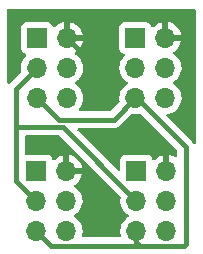
<source format=gbr>
%TF.GenerationSoftware,KiCad,Pcbnew,(6.0.7-1)-1*%
%TF.CreationDate,2022-10-12T15:16:06-04:00*%
%TF.ProjectId,Connection boardV1.0,436f6e6e-6563-4746-996f-6e20626f6172,rev?*%
%TF.SameCoordinates,Original*%
%TF.FileFunction,Copper,L2,Bot*%
%TF.FilePolarity,Positive*%
%FSLAX46Y46*%
G04 Gerber Fmt 4.6, Leading zero omitted, Abs format (unit mm)*
G04 Created by KiCad (PCBNEW (6.0.7-1)-1) date 2022-10-12 15:16:06*
%MOMM*%
%LPD*%
G01*
G04 APERTURE LIST*
%TA.AperFunction,ComponentPad*%
%ADD10R,1.700000X1.700000*%
%TD*%
%TA.AperFunction,ComponentPad*%
%ADD11O,1.700000X1.700000*%
%TD*%
%TA.AperFunction,ViaPad*%
%ADD12C,0.800000*%
%TD*%
%TA.AperFunction,Conductor*%
%ADD13C,0.400000*%
%TD*%
G04 APERTURE END LIST*
D10*
%TO.P,J3,1,Pin_1*%
%TO.N,SCL*%
X111440200Y-114238800D03*
D11*
%TO.P,J3,2,Pin_2*%
%TO.N,GND*%
X113980200Y-114238800D03*
%TO.P,J3,3,Pin_3*%
%TO.N,SDA*%
X111440200Y-116778800D03*
%TO.P,J3,4,Pin_4*%
%TO.N,5V*%
X113980200Y-116778800D03*
%TO.P,J3,5,Pin_5*%
%TO.N,3.3V*%
X111440200Y-119318800D03*
%TO.P,J3,6,Pin_6*%
%TO.N,5V*%
X113980200Y-119318800D03*
%TD*%
D10*
%TO.P,J2,1,Pin_1*%
%TO.N,SCL*%
X111364000Y-102986600D03*
D11*
%TO.P,J2,2,Pin_2*%
%TO.N,GND*%
X113904000Y-102986600D03*
%TO.P,J2,3,Pin_3*%
%TO.N,SDA*%
X111364000Y-105526600D03*
%TO.P,J2,4,Pin_4*%
%TO.N,5V*%
X113904000Y-105526600D03*
%TO.P,J2,5,Pin_5*%
%TO.N,3.3V*%
X111364000Y-108066600D03*
%TO.P,J2,6,Pin_6*%
%TO.N,5V*%
X113904000Y-108066600D03*
%TD*%
D10*
%TO.P,J1,1,Pin_1*%
%TO.N,SCL*%
X103037800Y-102997000D03*
D11*
%TO.P,J1,2,Pin_2*%
%TO.N,GND*%
X105577800Y-102997000D03*
%TO.P,J1,3,Pin_3*%
%TO.N,SDA*%
X103037800Y-105537000D03*
%TO.P,J1,4,Pin_4*%
%TO.N,5V*%
X105577800Y-105537000D03*
%TO.P,J1,5,Pin_5*%
%TO.N,3.3V*%
X103037800Y-108077000D03*
%TO.P,J1,6,Pin_6*%
%TO.N,5V*%
X105577800Y-108077000D03*
%TD*%
D10*
%TO.P,J4,1,Pin_1*%
%TO.N,SCL*%
X102982000Y-114238800D03*
D11*
%TO.P,J4,2,Pin_2*%
%TO.N,GND*%
X105522000Y-114238800D03*
%TO.P,J4,3,Pin_3*%
%TO.N,SDA*%
X102982000Y-116778800D03*
%TO.P,J4,4,Pin_4*%
%TO.N,5V*%
X105522000Y-116778800D03*
%TO.P,J4,5,Pin_5*%
%TO.N,3.3V*%
X102982000Y-119318800D03*
%TO.P,J4,6,Pin_6*%
%TO.N,5V*%
X105522000Y-119318800D03*
%TD*%
D12*
%TO.N,GND*%
X108346400Y-107645200D03*
%TD*%
D13*
%TO.N,SDA*%
X103037800Y-105537000D02*
X101264225Y-107310575D01*
X101264225Y-115061025D02*
X102982000Y-116778800D01*
X101264225Y-107310575D02*
X101264225Y-115061025D01*
X105197775Y-110536375D02*
X101264225Y-110536375D01*
X111440200Y-116778800D02*
X105197775Y-110536375D01*
%TO.N,GND*%
X105577800Y-102997000D02*
X108346400Y-105765600D01*
X108346400Y-105765600D02*
X108346400Y-107645200D01*
%TO.N,3.3V*%
X111440200Y-119318800D02*
X111440200Y-120289400D01*
X109524800Y-109905800D02*
X111364000Y-108066600D01*
X115610800Y-112217200D02*
X111460200Y-108066600D01*
X115473776Y-120568800D02*
X115610800Y-120431776D01*
X111460200Y-108066600D02*
X111364000Y-108066600D01*
X104232000Y-120568800D02*
X111719600Y-120568800D01*
X104866600Y-109905800D02*
X109524800Y-109905800D01*
X103037800Y-108077000D02*
X104866600Y-109905800D01*
X111440200Y-120289400D02*
X111719600Y-120568800D01*
X111719600Y-120568800D02*
X115473776Y-120568800D01*
X102982000Y-119318800D02*
X104232000Y-120568800D01*
X115610800Y-120431776D02*
X115610800Y-112217200D01*
%TD*%
%TA.AperFunction,Conductor*%
%TO.N,GND*%
G36*
X104920236Y-111264877D02*
G01*
X104941210Y-111281780D01*
X110067451Y-116408022D01*
X110101477Y-116470334D01*
X110102115Y-116520031D01*
X110101189Y-116523370D01*
X110077451Y-116745495D01*
X110077748Y-116750648D01*
X110077748Y-116750651D01*
X110083211Y-116845390D01*
X110090310Y-116968515D01*
X110091447Y-116973561D01*
X110091448Y-116973567D01*
X110111319Y-117061739D01*
X110139422Y-117186439D01*
X110223466Y-117393416D01*
X110274219Y-117476238D01*
X110337491Y-117579488D01*
X110340187Y-117583888D01*
X110486450Y-117752738D01*
X110658326Y-117895432D01*
X110728795Y-117936611D01*
X110731645Y-117938276D01*
X110780369Y-117989914D01*
X110793440Y-118059697D01*
X110766709Y-118125469D01*
X110726255Y-118158827D01*
X110713807Y-118165307D01*
X110709674Y-118168410D01*
X110709671Y-118168412D01*
X110685447Y-118186600D01*
X110535165Y-118299435D01*
X110380829Y-118460938D01*
X110254943Y-118645480D01*
X110160888Y-118848105D01*
X110101189Y-119063370D01*
X110077451Y-119285495D01*
X110077748Y-119290648D01*
X110077748Y-119290651D01*
X110083211Y-119385390D01*
X110090310Y-119508515D01*
X110091447Y-119513561D01*
X110091448Y-119513567D01*
X110134951Y-119706599D01*
X110130415Y-119777450D01*
X110088293Y-119834602D01*
X110021960Y-119859908D01*
X110012034Y-119860300D01*
X106947340Y-119860300D01*
X106879219Y-119840298D01*
X106832726Y-119786642D01*
X106822622Y-119716368D01*
X106826782Y-119697671D01*
X106852865Y-119611822D01*
X106854370Y-119606869D01*
X106883529Y-119385390D01*
X106885156Y-119318800D01*
X106866852Y-119096161D01*
X106812431Y-118879502D01*
X106723354Y-118674640D01*
X106602014Y-118487077D01*
X106451670Y-118321851D01*
X106447619Y-118318652D01*
X106447615Y-118318648D01*
X106280414Y-118186600D01*
X106280410Y-118186598D01*
X106276359Y-118183398D01*
X106235053Y-118160596D01*
X106185084Y-118110164D01*
X106170312Y-118040721D01*
X106195428Y-117974316D01*
X106222780Y-117947709D01*
X106266603Y-117916450D01*
X106401860Y-117819973D01*
X106560096Y-117662289D01*
X106619594Y-117579489D01*
X106687435Y-117485077D01*
X106690453Y-117480877D01*
X106711320Y-117438657D01*
X106787136Y-117285253D01*
X106787137Y-117285251D01*
X106789430Y-117280611D01*
X106854370Y-117066869D01*
X106883529Y-116845390D01*
X106885156Y-116778800D01*
X106866852Y-116556161D01*
X106812431Y-116339502D01*
X106723354Y-116134640D01*
X106602014Y-115947077D01*
X106451670Y-115781851D01*
X106447619Y-115778652D01*
X106447615Y-115778648D01*
X106280414Y-115646600D01*
X106280410Y-115646598D01*
X106276359Y-115643398D01*
X106234569Y-115620329D01*
X106184598Y-115569897D01*
X106169826Y-115500454D01*
X106194942Y-115434048D01*
X106222294Y-115407441D01*
X106397328Y-115282592D01*
X106405200Y-115275939D01*
X106556052Y-115125612D01*
X106562730Y-115117765D01*
X106687003Y-114944820D01*
X106692313Y-114935983D01*
X106786670Y-114745067D01*
X106790469Y-114735472D01*
X106852377Y-114531710D01*
X106854555Y-114521637D01*
X106855986Y-114510762D01*
X106853775Y-114496578D01*
X106840617Y-114492800D01*
X105394000Y-114492800D01*
X105325879Y-114472798D01*
X105279386Y-114419142D01*
X105268000Y-114366800D01*
X105268000Y-113966685D01*
X105776000Y-113966685D01*
X105780475Y-113981924D01*
X105781865Y-113983129D01*
X105789548Y-113984800D01*
X106840344Y-113984800D01*
X106853875Y-113980827D01*
X106855180Y-113971747D01*
X106813214Y-113804675D01*
X106809894Y-113794924D01*
X106724972Y-113599614D01*
X106720105Y-113590539D01*
X106604426Y-113411726D01*
X106598136Y-113403557D01*
X106454806Y-113246040D01*
X106447273Y-113239015D01*
X106280139Y-113107022D01*
X106271552Y-113101317D01*
X106085117Y-112998399D01*
X106075705Y-112994169D01*
X105874959Y-112923080D01*
X105864988Y-112920446D01*
X105793837Y-112907772D01*
X105780540Y-112909232D01*
X105776000Y-112923789D01*
X105776000Y-113966685D01*
X105268000Y-113966685D01*
X105268000Y-112921902D01*
X105264082Y-112908558D01*
X105249806Y-112906571D01*
X105211324Y-112912460D01*
X105201288Y-112914851D01*
X104998868Y-112981012D01*
X104989359Y-112985009D01*
X104800463Y-113083342D01*
X104791738Y-113088836D01*
X104621433Y-113216705D01*
X104613726Y-113223548D01*
X104536478Y-113304384D01*
X104474954Y-113339814D01*
X104404042Y-113336357D01*
X104346255Y-113295111D01*
X104327402Y-113261563D01*
X104285767Y-113150503D01*
X104282615Y-113142095D01*
X104195261Y-113025539D01*
X104078705Y-112938185D01*
X103942316Y-112887055D01*
X103880134Y-112880300D01*
X102098725Y-112880300D01*
X102030604Y-112860298D01*
X101984111Y-112806642D01*
X101972725Y-112754300D01*
X101972725Y-111370875D01*
X101992727Y-111302754D01*
X102046383Y-111256261D01*
X102098725Y-111244875D01*
X104852115Y-111244875D01*
X104920236Y-111264877D01*
G37*
%TD.AperFunction*%
%TA.AperFunction,Conductor*%
G36*
X111811541Y-109419911D02*
G01*
X114865395Y-112473765D01*
X114899421Y-112536077D01*
X114902300Y-112562860D01*
X114902300Y-112983089D01*
X114882298Y-113051210D01*
X114828642Y-113097703D01*
X114758368Y-113107807D01*
X114715406Y-113093398D01*
X114543307Y-112998394D01*
X114533905Y-112994169D01*
X114333159Y-112923080D01*
X114323188Y-112920446D01*
X114252037Y-112907772D01*
X114238740Y-112909232D01*
X114234200Y-112923789D01*
X114234200Y-114366800D01*
X114214198Y-114434921D01*
X114160542Y-114481414D01*
X114108200Y-114492800D01*
X113852200Y-114492800D01*
X113784079Y-114472798D01*
X113737586Y-114419142D01*
X113726200Y-114366800D01*
X113726200Y-112921902D01*
X113722282Y-112908558D01*
X113708006Y-112906571D01*
X113669524Y-112912460D01*
X113659488Y-112914851D01*
X113457068Y-112981012D01*
X113447559Y-112985009D01*
X113258663Y-113083342D01*
X113249938Y-113088836D01*
X113079633Y-113216705D01*
X113071926Y-113223548D01*
X112994678Y-113304384D01*
X112933154Y-113339814D01*
X112862242Y-113336357D01*
X112804455Y-113295111D01*
X112785602Y-113261563D01*
X112743967Y-113150503D01*
X112740815Y-113142095D01*
X112653461Y-113025539D01*
X112536905Y-112938185D01*
X112400516Y-112887055D01*
X112338334Y-112880300D01*
X110542066Y-112880300D01*
X110479884Y-112887055D01*
X110343495Y-112938185D01*
X110226939Y-113025539D01*
X110139585Y-113142095D01*
X110088455Y-113278484D01*
X110081700Y-113340666D01*
X110081700Y-114114140D01*
X110061698Y-114182261D01*
X110008042Y-114228754D01*
X109937768Y-114238858D01*
X109873188Y-114209364D01*
X109866605Y-114203235D01*
X106492765Y-110829395D01*
X106458739Y-110767083D01*
X106463804Y-110696268D01*
X106506351Y-110639432D01*
X106572871Y-110614621D01*
X106581860Y-110614300D01*
X109495888Y-110614300D01*
X109504458Y-110614592D01*
X109554576Y-110618009D01*
X109554580Y-110618009D01*
X109562152Y-110618525D01*
X109569629Y-110617220D01*
X109569630Y-110617220D01*
X109596108Y-110612599D01*
X109625103Y-110607538D01*
X109631621Y-110606577D01*
X109695042Y-110598902D01*
X109702143Y-110596219D01*
X109704752Y-110595578D01*
X109721062Y-110591115D01*
X109723598Y-110590350D01*
X109731084Y-110589043D01*
X109789600Y-110563356D01*
X109795704Y-110560865D01*
X109848348Y-110540973D01*
X109848349Y-110540972D01*
X109855456Y-110538287D01*
X109861719Y-110533983D01*
X109864085Y-110532746D01*
X109878897Y-110524501D01*
X109881151Y-110523168D01*
X109888105Y-110520115D01*
X109938802Y-110481213D01*
X109944132Y-110477341D01*
X109990520Y-110445461D01*
X109990525Y-110445456D01*
X109996781Y-110441157D01*
X110038236Y-110394629D01*
X110043216Y-110389354D01*
X110996684Y-109435886D01*
X111058996Y-109401860D01*
X111110896Y-109401510D01*
X111202597Y-109420167D01*
X111207772Y-109420357D01*
X111207774Y-109420357D01*
X111420673Y-109428164D01*
X111420677Y-109428164D01*
X111425837Y-109428353D01*
X111430957Y-109427697D01*
X111430959Y-109427697D01*
X111500153Y-109418833D01*
X111647416Y-109399968D01*
X111652369Y-109398482D01*
X111652374Y-109398481D01*
X111686237Y-109388321D01*
X111757232Y-109387903D01*
X111811541Y-109419911D01*
G37*
%TD.AperFunction*%
%TA.AperFunction,Conductor*%
G36*
X116433621Y-100528502D02*
G01*
X116480114Y-100582158D01*
X116491500Y-100634500D01*
X116491500Y-111853510D01*
X116471498Y-111921631D01*
X116417842Y-111968124D01*
X116347568Y-111978228D01*
X116282988Y-111948734D01*
X116247634Y-111898048D01*
X116245973Y-111893651D01*
X116245971Y-111893648D01*
X116243287Y-111886544D01*
X116238984Y-111880284D01*
X116237747Y-111877917D01*
X116229520Y-111863137D01*
X116228169Y-111860852D01*
X116225115Y-111853895D01*
X116220495Y-111847875D01*
X116220492Y-111847869D01*
X116186221Y-111803209D01*
X116182341Y-111797868D01*
X116150461Y-111751480D01*
X116150456Y-111751475D01*
X116146157Y-111745219D01*
X116099629Y-111703764D01*
X116094354Y-111698784D01*
X114021504Y-109625934D01*
X113987478Y-109563622D01*
X113992543Y-109492807D01*
X114035090Y-109435971D01*
X114094588Y-109411860D01*
X114182290Y-109400625D01*
X114182294Y-109400624D01*
X114187416Y-109399968D01*
X114192366Y-109398483D01*
X114396429Y-109337261D01*
X114396434Y-109337259D01*
X114401384Y-109335774D01*
X114601994Y-109237496D01*
X114783860Y-109107773D01*
X114838456Y-109053368D01*
X114865209Y-109026707D01*
X114942096Y-108950089D01*
X114961978Y-108922421D01*
X115069435Y-108772877D01*
X115072453Y-108768677D01*
X115168739Y-108573857D01*
X115169136Y-108573053D01*
X115169137Y-108573051D01*
X115171430Y-108568411D01*
X115212114Y-108434504D01*
X115234865Y-108359623D01*
X115234865Y-108359621D01*
X115236370Y-108354669D01*
X115265529Y-108133190D01*
X115267156Y-108066600D01*
X115248852Y-107843961D01*
X115194431Y-107627302D01*
X115105354Y-107422440D01*
X114984014Y-107234877D01*
X114833670Y-107069651D01*
X114829619Y-107066452D01*
X114829615Y-107066448D01*
X114662414Y-106934400D01*
X114662410Y-106934398D01*
X114658359Y-106931198D01*
X114617053Y-106908396D01*
X114567084Y-106857964D01*
X114552312Y-106788521D01*
X114577428Y-106722116D01*
X114604780Y-106695509D01*
X114668123Y-106650327D01*
X114783860Y-106567773D01*
X114942096Y-106410089D01*
X115001594Y-106327289D01*
X115069435Y-106232877D01*
X115072453Y-106228677D01*
X115088180Y-106196857D01*
X115169136Y-106033053D01*
X115169137Y-106033051D01*
X115171430Y-106028411D01*
X115236370Y-105814669D01*
X115265529Y-105593190D01*
X115267156Y-105526600D01*
X115248852Y-105303961D01*
X115194431Y-105087302D01*
X115105354Y-104882440D01*
X114988271Y-104701457D01*
X114986822Y-104699217D01*
X114986820Y-104699214D01*
X114984014Y-104694877D01*
X114833670Y-104529651D01*
X114829619Y-104526452D01*
X114829615Y-104526448D01*
X114662414Y-104394400D01*
X114662410Y-104394398D01*
X114658359Y-104391198D01*
X114650052Y-104386612D01*
X114616569Y-104368129D01*
X114566598Y-104317697D01*
X114551826Y-104248254D01*
X114576942Y-104181848D01*
X114604294Y-104155241D01*
X114779328Y-104030392D01*
X114787200Y-104023739D01*
X114938052Y-103873412D01*
X114944730Y-103865565D01*
X115069003Y-103692620D01*
X115074313Y-103683783D01*
X115168670Y-103492867D01*
X115172469Y-103483272D01*
X115234377Y-103279510D01*
X115236555Y-103269437D01*
X115237986Y-103258562D01*
X115235775Y-103244378D01*
X115222617Y-103240600D01*
X113776000Y-103240600D01*
X113707879Y-103220598D01*
X113661386Y-103166942D01*
X113650000Y-103114600D01*
X113650000Y-102714485D01*
X114158000Y-102714485D01*
X114162475Y-102729724D01*
X114163865Y-102730929D01*
X114171548Y-102732600D01*
X115222344Y-102732600D01*
X115235875Y-102728627D01*
X115237180Y-102719547D01*
X115195214Y-102552475D01*
X115191894Y-102542724D01*
X115106972Y-102347414D01*
X115102105Y-102338339D01*
X114986426Y-102159526D01*
X114980136Y-102151357D01*
X114836806Y-101993840D01*
X114829273Y-101986815D01*
X114662139Y-101854822D01*
X114653552Y-101849117D01*
X114467117Y-101746199D01*
X114457705Y-101741969D01*
X114256959Y-101670880D01*
X114246988Y-101668246D01*
X114175837Y-101655572D01*
X114162540Y-101657032D01*
X114158000Y-101671589D01*
X114158000Y-102714485D01*
X113650000Y-102714485D01*
X113650000Y-101669702D01*
X113646082Y-101656358D01*
X113631806Y-101654371D01*
X113593324Y-101660260D01*
X113583288Y-101662651D01*
X113380868Y-101728812D01*
X113371359Y-101732809D01*
X113182463Y-101831142D01*
X113173738Y-101836636D01*
X113003433Y-101964505D01*
X112995726Y-101971348D01*
X112918478Y-102052184D01*
X112856954Y-102087614D01*
X112786042Y-102084157D01*
X112728255Y-102042911D01*
X112709402Y-102009363D01*
X112667767Y-101898303D01*
X112664615Y-101889895D01*
X112577261Y-101773339D01*
X112460705Y-101685985D01*
X112324316Y-101634855D01*
X112262134Y-101628100D01*
X110465866Y-101628100D01*
X110403684Y-101634855D01*
X110267295Y-101685985D01*
X110150739Y-101773339D01*
X110063385Y-101889895D01*
X110012255Y-102026284D01*
X110005500Y-102088466D01*
X110005500Y-103884734D01*
X110012255Y-103946916D01*
X110063385Y-104083305D01*
X110150739Y-104199861D01*
X110267295Y-104287215D01*
X110275704Y-104290367D01*
X110275705Y-104290368D01*
X110384451Y-104331135D01*
X110441216Y-104373776D01*
X110465916Y-104440338D01*
X110450709Y-104509687D01*
X110431316Y-104536168D01*
X110304629Y-104668738D01*
X110301720Y-104673003D01*
X110301714Y-104673011D01*
X110279704Y-104705277D01*
X110178743Y-104853280D01*
X110084688Y-105055905D01*
X110024989Y-105271170D01*
X110001251Y-105493295D01*
X110001548Y-105498448D01*
X110001548Y-105498451D01*
X110007011Y-105593190D01*
X110014110Y-105716315D01*
X110015247Y-105721361D01*
X110015248Y-105721367D01*
X110017592Y-105731767D01*
X110063222Y-105934239D01*
X110147266Y-106141216D01*
X110190731Y-106212144D01*
X110261291Y-106327288D01*
X110263987Y-106331688D01*
X110410250Y-106500538D01*
X110582126Y-106643232D01*
X110594268Y-106650327D01*
X110655445Y-106686076D01*
X110704169Y-106737714D01*
X110717240Y-106807497D01*
X110690509Y-106873269D01*
X110650055Y-106906627D01*
X110637607Y-106913107D01*
X110633474Y-106916210D01*
X110633471Y-106916212D01*
X110474035Y-107035920D01*
X110458965Y-107047235D01*
X110304629Y-107208738D01*
X110301720Y-107213003D01*
X110301714Y-107213011D01*
X110220824Y-107331591D01*
X110178743Y-107393280D01*
X110084688Y-107595905D01*
X110024989Y-107811170D01*
X110001251Y-108033295D01*
X110001548Y-108038448D01*
X110001548Y-108038451D01*
X110007011Y-108133190D01*
X110014110Y-108256315D01*
X110027946Y-108317709D01*
X110023410Y-108388559D01*
X109994125Y-108434504D01*
X109268235Y-109160395D01*
X109205922Y-109194420D01*
X109179139Y-109197300D01*
X106683201Y-109197300D01*
X106615080Y-109177298D01*
X106568587Y-109123642D01*
X106558483Y-109053368D01*
X106587977Y-108988788D01*
X106594260Y-108982050D01*
X106612235Y-108964138D01*
X106612239Y-108964133D01*
X106615896Y-108960489D01*
X106643251Y-108922421D01*
X106743235Y-108783277D01*
X106746253Y-108779077D01*
X106845230Y-108578811D01*
X106910170Y-108365069D01*
X106939329Y-108143590D01*
X106940956Y-108077000D01*
X106922652Y-107854361D01*
X106868231Y-107637702D01*
X106779154Y-107432840D01*
X106657814Y-107245277D01*
X106507470Y-107080051D01*
X106503419Y-107076852D01*
X106503415Y-107076848D01*
X106336214Y-106944800D01*
X106336210Y-106944798D01*
X106332159Y-106941598D01*
X106290853Y-106918796D01*
X106240884Y-106868364D01*
X106226112Y-106798921D01*
X106251228Y-106732516D01*
X106278580Y-106705909D01*
X106322403Y-106674650D01*
X106457660Y-106578173D01*
X106468097Y-106567773D01*
X106612235Y-106424137D01*
X106615896Y-106420489D01*
X106746253Y-106239077D01*
X106767120Y-106196857D01*
X106842936Y-106043453D01*
X106842937Y-106043451D01*
X106845230Y-106038811D01*
X106885914Y-105904906D01*
X106908665Y-105830023D01*
X106908665Y-105830021D01*
X106910170Y-105825069D01*
X106939329Y-105603590D01*
X106940956Y-105537000D01*
X106922652Y-105314361D01*
X106868231Y-105097702D01*
X106779154Y-104892840D01*
X106657814Y-104705277D01*
X106507470Y-104540051D01*
X106503419Y-104536852D01*
X106503415Y-104536848D01*
X106336214Y-104404800D01*
X106336210Y-104404798D01*
X106332159Y-104401598D01*
X106290369Y-104378529D01*
X106240398Y-104328097D01*
X106225626Y-104258654D01*
X106250742Y-104192248D01*
X106278094Y-104165641D01*
X106453128Y-104040792D01*
X106461000Y-104034139D01*
X106611852Y-103883812D01*
X106618530Y-103875965D01*
X106742803Y-103703020D01*
X106748113Y-103694183D01*
X106842470Y-103503267D01*
X106846269Y-103493672D01*
X106908177Y-103289910D01*
X106910355Y-103279837D01*
X106911786Y-103268962D01*
X106909575Y-103254778D01*
X106896417Y-103251000D01*
X105449800Y-103251000D01*
X105381679Y-103230998D01*
X105335186Y-103177342D01*
X105323800Y-103125000D01*
X105323800Y-102724885D01*
X105831800Y-102724885D01*
X105836275Y-102740124D01*
X105837665Y-102741329D01*
X105845348Y-102743000D01*
X106896144Y-102743000D01*
X106909675Y-102739027D01*
X106910980Y-102729947D01*
X106869014Y-102562875D01*
X106865694Y-102553124D01*
X106780772Y-102357814D01*
X106775905Y-102348739D01*
X106660226Y-102169926D01*
X106653936Y-102161757D01*
X106510606Y-102004240D01*
X106503073Y-101997215D01*
X106335939Y-101865222D01*
X106327352Y-101859517D01*
X106140917Y-101756599D01*
X106131505Y-101752369D01*
X105930759Y-101681280D01*
X105920788Y-101678646D01*
X105849637Y-101665972D01*
X105836340Y-101667432D01*
X105831800Y-101681989D01*
X105831800Y-102724885D01*
X105323800Y-102724885D01*
X105323800Y-101680102D01*
X105319882Y-101666758D01*
X105305606Y-101664771D01*
X105267124Y-101670660D01*
X105257088Y-101673051D01*
X105054668Y-101739212D01*
X105045159Y-101743209D01*
X104856263Y-101841542D01*
X104847538Y-101847036D01*
X104677233Y-101974905D01*
X104669526Y-101981748D01*
X104592278Y-102062584D01*
X104530754Y-102098014D01*
X104459842Y-102094557D01*
X104402055Y-102053311D01*
X104383202Y-102019763D01*
X104341567Y-101908703D01*
X104338415Y-101900295D01*
X104251061Y-101783739D01*
X104134505Y-101696385D01*
X103998116Y-101645255D01*
X103935934Y-101638500D01*
X102139666Y-101638500D01*
X102077484Y-101645255D01*
X101941095Y-101696385D01*
X101824539Y-101783739D01*
X101737185Y-101900295D01*
X101686055Y-102036684D01*
X101679300Y-102098866D01*
X101679300Y-103895134D01*
X101686055Y-103957316D01*
X101737185Y-104093705D01*
X101824539Y-104210261D01*
X101941095Y-104297615D01*
X101949504Y-104300767D01*
X101949505Y-104300768D01*
X102058251Y-104341535D01*
X102115016Y-104384176D01*
X102139716Y-104450738D01*
X102124509Y-104520087D01*
X102105116Y-104546568D01*
X101991939Y-104665001D01*
X101978429Y-104679138D01*
X101975520Y-104683403D01*
X101975514Y-104683411D01*
X101964732Y-104699217D01*
X101852543Y-104863680D01*
X101758488Y-105066305D01*
X101698789Y-105281570D01*
X101675051Y-105503695D01*
X101675348Y-105508848D01*
X101675348Y-105508851D01*
X101680811Y-105603590D01*
X101687910Y-105726715D01*
X101689047Y-105731761D01*
X101689048Y-105731767D01*
X101701746Y-105788110D01*
X101697210Y-105858962D01*
X101667924Y-105904906D01*
X100783705Y-106789125D01*
X100777440Y-106794979D01*
X100733840Y-106833014D01*
X100729474Y-106839226D01*
X100728136Y-106840712D01*
X100667689Y-106877951D01*
X100596706Y-106876599D01*
X100537721Y-106837085D01*
X100509464Y-106771954D01*
X100508500Y-106756401D01*
X100508500Y-100634500D01*
X100528502Y-100566379D01*
X100582158Y-100519886D01*
X100634500Y-100508500D01*
X116365500Y-100508500D01*
X116433621Y-100528502D01*
G37*
%TD.AperFunction*%
%TD*%
M02*

</source>
